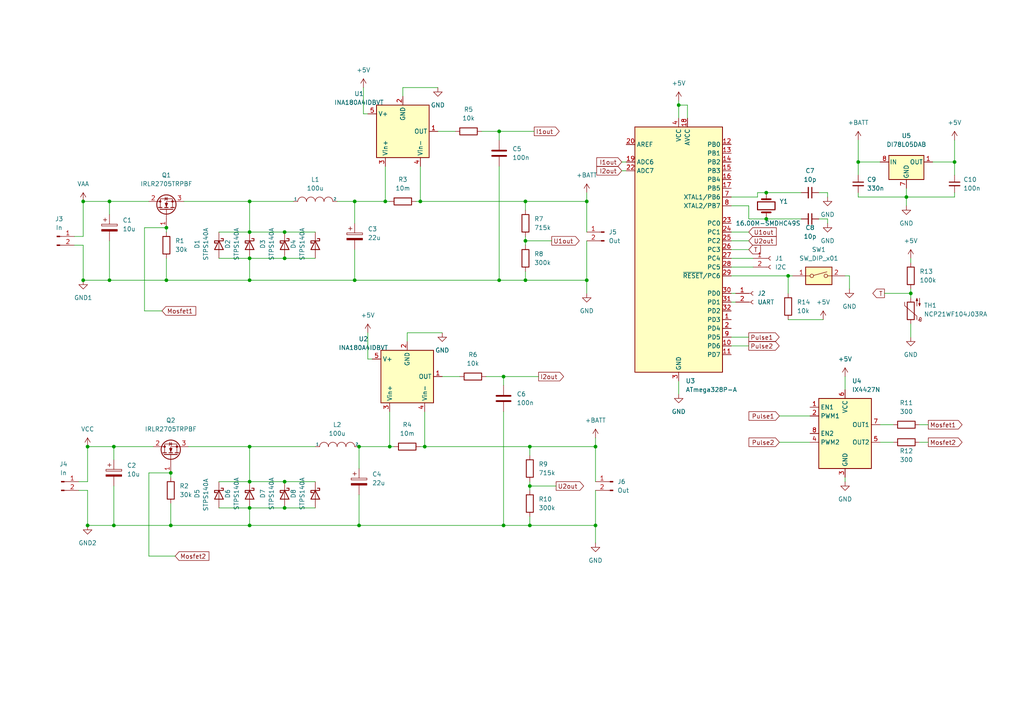
<source format=kicad_sch>
(kicad_sch (version 20211123) (generator eeschema)
  (paper "A4")
  (lib_symbols
    (symbol "Amplifier_Current:AD8211"
      (property "Reference" "U" (at -7.62 10.795 0))
      (property "Value" "AD8211" (at -7.62 8.89 0))
      (symbol "AD8211_0_1"
        (rectangle (start -7.62 7.62) (end 7.62 -7.62) (stroke (width 0.254)) (fill (type background)))
      )
      (symbol "AD8211_1_1"
        (pin output line (at 10.16 0 180) (length 2.54) (name "OUT") (number "1"))
        (pin power_in line (at 0 -10.16 90) (length 2.54) (name "GND") (number "2"))
        (pin input line (at -5.08 10.16 270) (length 2.54) (name "Vin+") (number "3"))
        (pin input line (at 5.08 10.16 270) (length 2.54) (name "Vin-") (number "4"))
        (pin power_in line (at -10.16 -5.08 0) (length 2.54) (name "V+") (number "5"))
      )
    )
    (symbol "Connector:Conn_01x02_Female" (pin_names (offset 1.016) hide)
      (property "Reference" "J" (at 0 2.54 0))
      (property "Value" "Conn_01x02_Female" (at 0 -5.08 0))
      (symbol "Conn_01x02_Female_1_1"
        (arc (start 0 -2.032) (mid -0.508 -2.54) (end 0 -3.048) (stroke (width 0.1524)))
        (polyline (pts (xy -1.27 -2.54) (xy -0.508 -2.54)) (stroke (width 0.1524)))
        (polyline (pts (xy -1.27 0) (xy -0.508 0)) (stroke (width 0.1524)))
        (arc (start 0 0.508) (mid -0.508 0) (end 0 -0.508) (stroke (width 0.1524)))
        (pin passive line (at -5.08 0 0) (length 3.81) (name "Pin_1") (number "1"))
        (pin passive line (at -5.08 -2.54 0) (length 3.81) (name "Pin_2") (number "2"))
      )
    )
    (symbol "Connector:Conn_01x02_Male" (pin_names (offset 1.016) hide)
      (property "Reference" "J" (at 0 2.54 0))
      (property "Value" "Conn_01x02_Male" (at 0 -5.08 0))
      (symbol "Conn_01x02_Male_1_1"
        (polyline (pts (xy 1.27 -2.54) (xy 0.8636 -2.54)) (stroke (width 0.1524)))
        (polyline (pts (xy 1.27 0) (xy 0.8636 0)) (stroke (width 0.1524)))
        (rectangle (start 0.8636 -2.413) (end 0 -2.667) (stroke (width 0.1524)) (fill (type outline)))
        (rectangle (start 0.8636 0.127) (end 0 -0.127) (stroke (width 0.1524)) (fill (type outline)))
        (pin passive line (at 5.08 0 180) (length 3.81) (name "Pin_1") (number "1"))
        (pin passive line (at 5.08 -2.54 180) (length 3.81) (name "Pin_2") (number "2"))
      )
    )
    (symbol "Device:C" (pin_numbers hide) (pin_names (offset 0.254))
      (property "Reference" "C" (at 0.635 2.54 0))
      (property "Value" "C" (at 0.635 -2.54 0))
      (symbol "C_0_1"
        (polyline (pts (xy -2.032 -0.762) (xy 2.032 -0.762)) (stroke (width 0.508)))
        (polyline (pts (xy -2.032 0.762) (xy 2.032 0.762)) (stroke (width 0.508)))
      )
      (symbol "C_1_1"
        (pin passive line (at 0 3.81 270) (length 2.794) (name "~") (number "1"))
        (pin passive line (at 0 -3.81 90) (length 2.794) (name "~") (number "2"))
      )
    )
    (symbol "Device:C_Polarized" (pin_numbers hide) (pin_names (offset 0.254))
      (property "Reference" "C" (at 0.635 2.54 0))
      (property "Value" "C_Polarized" (at 0.635 -2.54 0))
      (symbol "C_Polarized_0_1"
        (rectangle (start -2.286 0.508) (end 2.286 1.016))
        (polyline (pts (xy -1.778 2.286) (xy -0.762 2.286)))
        (polyline (pts (xy -1.27 2.794) (xy -1.27 1.778)))
        (rectangle (start 2.286 -0.508) (end -2.286 -1.016) (fill (type outline)))
      )
      (symbol "C_Polarized_1_1"
        (pin passive line (at 0 3.81 270) (length 2.794) (name "~") (number "1"))
        (pin passive line (at 0 -3.81 90) (length 2.794) (name "~") (number "2"))
      )
    )
    (symbol "Device:C_Small" (pin_numbers hide) (pin_names (offset 0.254) hide)
      (property "Reference" "C" (at 0.254 1.778 0))
      (property "Value" "C_Small" (at 0.254 -2.032 0))
      (symbol "C_Small_0_1"
        (polyline (pts (xy -1.524 -0.508) (xy 1.524 -0.508)) (stroke (width 0.3302)))
        (polyline (pts (xy -1.524 0.508) (xy 1.524 0.508)) (stroke (width 0.3048)))
      )
      (symbol "C_Small_1_1"
        (pin passive line (at 0 2.54 270) (length 2.032) (name "~") (number "1"))
        (pin passive line (at 0 -2.54 90) (length 2.032) (name "~") (number "2"))
      )
    )
    (symbol "Device:Crystal" (pin_numbers hide) (pin_names (offset 1.016) hide)
      (property "Reference" "Y" (at 0 3.81 0))
      (property "Value" "Crystal" (at 0 -3.81 0))
      (symbol "Crystal_0_1"
        (rectangle (start -1.143 2.54) (end 1.143 -2.54) (stroke (width 0.3048)))
        (polyline (pts (xy -2.54 0) (xy -1.905 0)))
        (polyline (pts (xy -1.905 -1.27) (xy -1.905 1.27)) (stroke (width 0.508)))
        (polyline (pts (xy 1.905 -1.27) (xy 1.905 1.27)) (stroke (width 0.508)))
        (polyline (pts (xy 2.54 0) (xy 1.905 0)))
      )
      (symbol "Crystal_1_1"
        (pin passive line (at -3.81 0 0) (length 1.27) (name "1") (number "1"))
        (pin passive line (at 3.81 0 180) (length 1.27) (name "2") (number "2"))
      )
    )
    (symbol "Device:D_Schottky" (pin_numbers hide) (pin_names (offset 1.016) hide)
      (property "Reference" "D" (at 0 2.54 0))
      (property "Value" "D_Schottky" (at 0 -2.54 0))
      (symbol "D_Schottky_0_1"
        (polyline (pts (xy 1.27 0) (xy -1.27 0)))
        (polyline (pts (xy 1.27 1.27) (xy 1.27 -1.27) (xy -1.27 0) (xy 1.27 1.27)) (stroke (width 0.254)))
        (polyline (pts (xy -1.905 0.635) (xy -1.905 1.27) (xy -1.27 1.27) (xy -1.27 -1.27) (xy -0.635 -1.27) (xy -0.635 -0.635)) (stroke (width 0.254)))
      )
      (symbol "D_Schottky_1_1"
        (pin passive line (at -3.81 0 0) (length 2.54) (name "K") (number "1"))
        (pin passive line (at 3.81 0 180) (length 2.54) (name "A") (number "2"))
      )
    )
    (symbol "Device:R" (pin_numbers hide) (pin_names (offset 0))
      (property "Reference" "R" (at 2.032 0 90))
      (property "Value" "R" (at 0 0 90))
      (symbol "R_0_1"
        (rectangle (start -1.016 -2.54) (end 1.016 2.54) (stroke (width 0.254)))
      )
      (symbol "R_1_1"
        (pin passive line (at 0 3.81 270) (length 1.27) (name "~") (number "1"))
        (pin passive line (at 0 -3.81 90) (length 1.27) (name "~") (number "2"))
      )
    )
    (symbol "Device:Thermistor_NTC" (pin_numbers hide) (pin_names (offset 0))
      (property "Reference" "TH" (at -4.445 0 90))
      (property "Value" "Thermistor_NTC" (at 3.175 0 90))
      (symbol "Thermistor_NTC_0_1"
        (arc (start -3.048 2.159) (mid -3.0495 2.3143) (end -3.175 2.413))
        (arc (start -3.048 2.159) (mid -2.9736 1.9794) (end -2.794 1.905))
        (arc (start -3.048 2.794) (mid -2.9736 2.6144) (end -2.794 2.54))
        (arc (start -2.794 1.905) (mid -2.6144 1.9794) (end -2.54 2.159))
        (arc (start -2.794 2.54) (mid -2.4393 2.5587) (end -2.159 2.794))
        (arc (start -2.794 3.048) (mid -2.9736 2.9736) (end -3.048 2.794))
        (arc (start -2.54 2.794) (mid -2.6144 2.9736) (end -2.794 3.048))
        (rectangle (start -1.016 2.54) (end 1.016 -2.54) (stroke (width 0.254)))
        (polyline (pts (xy -2.54 2.159) (xy -2.54 2.794)))
        (polyline (pts (xy -1.778 2.54) (xy -1.778 1.524) (xy 1.778 -1.524) (xy 1.778 -2.54)))
        (polyline (pts (xy -2.54 -3.683) (xy -2.54 -1.397) (xy -2.794 -2.159) (xy -2.286 -2.159) (xy -2.54 -1.397) (xy -2.54 -1.651)) (fill (type outline)))
        (polyline (pts (xy -1.778 -1.397) (xy -1.778 -3.683) (xy -2.032 -2.921) (xy -1.524 -2.921) (xy -1.778 -3.683) (xy -1.778 -3.429)) (fill (type outline)))
      )
      (symbol "Thermistor_NTC_1_1"
        (pin passive line (at 0 3.81 270) (length 1.27) (name "~") (number "1"))
        (pin passive line (at 0 -3.81 90) (length 1.27) (name "~") (number "2"))
      )
    )
    (symbol "Driver_FET:PM8834"
      (property "Reference" "U" (at -7.62 11.43 0))
      (property "Value" "PM8834" (at 12.7 11.43 0))
      (symbol "PM8834_0_1"
        (rectangle (start -7.62 -10.16) (end 7.62 10.16) (stroke (width 0.254)) (fill (type background)))
      )
      (symbol "PM8834_1_1"
        (pin input line (at -10.16 7.62 0) (length 2.54) (name "EN1") (number "1"))
        (pin input line (at -10.16 5.08 0) (length 2.54) (name "PWM1") (number "2"))
        (pin power_in line (at 0 -12.7 90) (length 2.54) (name "GND") (number "3"))
        (pin input line (at -10.16 -2.54 0) (length 2.54) (name "PWM2") (number "4"))
        (pin output line (at 10.16 -2.54 180) (length 2.54) (name "OUT2") (number "5"))
        (pin power_in line (at 0 12.7 270) (length 2.54) (name "VCC") (number "6"))
        (pin output line (at 10.16 2.54 180) (length 2.54) (name "OUT1") (number "7"))
        (pin input line (at -10.16 0 0) (length 2.54) (name "EN2") (number "8"))
      )
    )
    (symbol "MCU_Microchip_ATmega:ATmega328P-A"
      (property "Reference" "U" (at -12.7 36.83 0))
      (property "Value" "ATmega328P-A" (at 2.54 -36.83 0))
      (symbol "ATmega328P-A_0_1"
        (rectangle (start -12.7 -35.56) (end 12.7 35.56) (stroke (width 0.254)) (fill (type background)))
      )
      (symbol "ATmega328P-A_1_1"
        (pin bidirectional line (at 15.24 -20.32 180) (length 2.54) (name "PD3") (number "1"))
        (pin bidirectional line (at 15.24 -27.94 180) (length 2.54) (name "PD6") (number "10"))
        (pin bidirectional line (at 15.24 -30.48 180) (length 2.54) (name "PD7") (number "11"))
        (pin bidirectional line (at 15.24 30.48 180) (length 2.54) (name "PB0") (number "12"))
        (pin bidirectional line (at 15.24 27.94 180) (length 2.54) (name "PB1") (number "13"))
        (pin bidirectional line (at 15.24 25.4 180) (length 2.54) (name "PB2") (number "14"))
        (pin bidirectional line (at 15.24 22.86 180) (length 2.54) (name "PB3") (number "15"))
        (pin bidirectional line (at 15.24 20.32 180) (length 2.54) (name "PB4") (number "16"))
        (pin bidirectional line (at 15.24 17.78 180) (length 2.54) (name "PB5") (number "17"))
        (pin power_in line (at 2.54 38.1 270) (length 2.54) (name "AVCC") (number "18"))
        (pin input line (at -15.24 25.4 0) (length 2.54) (name "ADC6") (number "19"))
        (pin bidirectional line (at 15.24 -22.86 180) (length 2.54) (name "PD4") (number "2"))
        (pin passive line (at -15.24 30.48 0) (length 2.54) (name "AREF") (number "20"))
        (pin passive line (at 0 -38.1 90) (length 2.54) hide (name "GND") (number "21"))
        (pin input line (at -15.24 22.86 0) (length 2.54) (name "ADC7") (number "22"))
        (pin bidirectional line (at 15.24 7.62 180) (length 2.54) (name "PC0") (number "23"))
        (pin bidirectional line (at 15.24 5.08 180) (length 2.54) (name "PC1") (number "24"))
        (pin bidirectional line (at 15.24 2.54 180) (length 2.54) (name "PC2") (number "25"))
        (pin bidirectional line (at 15.24 0 180) (length 2.54) (name "PC3") (number "26"))
        (pin bidirectional line (at 15.24 -2.54 180) (length 2.54) (name "PC4") (number "27"))
        (pin bidirectional line (at 15.24 -5.08 180) (length 2.54) (name "PC5") (number "28"))
        (pin bidirectional line (at 15.24 -7.62 180) (length 2.54) (name "~{RESET}/PC6") (number "29"))
        (pin power_in line (at 0 -38.1 90) (length 2.54) (name "GND") (number "3"))
        (pin bidirectional line (at 15.24 -12.7 180) (length 2.54) (name "PD0") (number "30"))
        (pin bidirectional line (at 15.24 -15.24 180) (length 2.54) (name "PD1") (number "31"))
        (pin bidirectional line (at 15.24 -17.78 180) (length 2.54) (name "PD2") (number "32"))
        (pin power_in line (at 0 38.1 270) (length 2.54) (name "VCC") (number "4"))
        (pin passive line (at 0 -38.1 90) (length 2.54) hide (name "GND") (number "5"))
        (pin passive line (at 0 38.1 270) (length 2.54) hide (name "VCC") (number "6"))
        (pin bidirectional line (at 15.24 15.24 180) (length 2.54) (name "XTAL1/PB6") (number "7"))
        (pin bidirectional line (at 15.24 12.7 180) (length 2.54) (name "XTAL2/PB7") (number "8"))
        (pin bidirectional line (at 15.24 -25.4 180) (length 2.54) (name "PD5") (number "9"))
      )
    )
    (symbol "Regulator_Linear:L78L15_SO8" (pin_names (offset 0.254))
      (property "Reference" "U" (at -3.81 3.175 0))
      (property "Value" "L78L15_SO8" (at 0 3.175 0))
      (symbol "L78L15_SO8_0_1"
        (rectangle (start -5.08 1.905) (end 5.08 -5.08) (stroke (width 0.254)) (fill (type background)))
      )
      (symbol "L78L15_SO8_1_1"
        (pin power_out line (at 7.62 0 180) (length 2.54) (name "OUT") (number "1"))
        (pin passive line (at 0 -7.62 90) (length 2.54) hide (name "GND") (number "2"))
        (pin passive line (at 0 -7.62 90) (length 2.54) hide (name "GND") (number "3"))
        (pin no_connect line (at -5.08 -2.54 0) (length 2.54) hide (name "NC") (number "4"))
        (pin no_connect line (at 5.08 -2.54 180) (length 2.54) hide (name "NC") (number "5"))
        (pin passive line (at 0 -7.62 90) (length 2.54) hide (name "GND") (number "6"))
        (pin power_in line (at 0 -7.62 90) (length 2.54) (name "GND") (number "7"))
        (pin power_in line (at -7.62 0 0) (length 2.54) (name "IN") (number "8"))
      )
    )
    (symbol "Switch:SW_DIP_x01" (pin_names (offset 0) hide)
      (property "Reference" "SW" (at 0 3.81 0))
      (property "Value" "SW_DIP_x01" (at 0 -3.81 0))
      (symbol "SW_DIP_x01_0_0"
        (circle (center -2.032 0) (radius 0.508))
        (polyline (pts (xy -1.524 0.127) (xy 2.3622 1.1684)))
        (circle (center 2.032 0) (radius 0.508))
      )
      (symbol "SW_DIP_x01_0_1"
        (rectangle (start -3.81 2.54) (end 3.81 -2.54) (stroke (width 0.254)) (fill (type background)))
      )
      (symbol "SW_DIP_x01_1_1"
        (pin passive line (at -7.62 0 0) (length 5.08) (name "~") (number "1"))
        (pin passive line (at 7.62 0 180) (length 5.08) (name "~") (number "2"))
      )
    )
    (symbol "Transistor_FET:IRFS4321" (pin_names hide)
      (property "Reference" "Q" (at 5.08 1.905 0))
      (property "Value" "IRFS4321" (at 5.08 0 0))
      (symbol "IRFS4321_0_1"
        (polyline (pts (xy 0.254 0) (xy -2.54 0)))
        (polyline (pts (xy 0.254 1.905) (xy 0.254 -1.905)) (stroke (width 0.254)))
        (polyline (pts (xy 0.762 -1.27) (xy 0.762 -2.286)) (stroke (width 0.254)))
        (polyline (pts (xy 0.762 0.508) (xy 0.762 -0.508)) (stroke (width 0.254)))
        (polyline (pts (xy 0.762 2.286) (xy 0.762 1.27)) (stroke (width 0.254)))
        (polyline (pts (xy 2.54 2.54) (xy 2.54 1.778)))
        (polyline (pts (xy 2.54 -2.54) (xy 2.54 0) (xy 0.762 0)))
        (polyline (pts (xy 0.762 -1.778) (xy 3.302 -1.778) (xy 3.302 1.778) (xy 0.762 1.778)))
        (polyline (pts (xy 1.016 0) (xy 2.032 0.381) (xy 2.032 -0.381) (xy 1.016 0)) (fill (type outline)))
        (polyline (pts (xy 2.794 0.508) (xy 2.921 0.381) (xy 3.683 0.381) (xy 3.81 0.254)))
        (polyline (pts (xy 3.302 0.381) (xy 2.921 -0.254) (xy 3.683 -0.254) (xy 3.302 0.381)))
        (circle (center 1.651 0) (radius 2.794) (stroke (width 0.254)))
        (circle (center 2.54 -1.778) (radius 0.254) (fill (type outline)))
        (circle (center 2.54 1.778) (radius 0.254) (fill (type outline)))
      )
      (symbol "IRFS4321_1_1"
        (pin passive line (at -5.08 0 0) (length 2.54) (name "G") (number "1"))
        (pin passive line (at 2.54 5.08 270) (length 2.54) (name "D") (number "2"))
        (pin passive line (at 2.54 -5.08 90) (length 2.54) (name "S") (number "3"))
      )
    )
    (symbol "power:+5V" (power) (pin_names (offset 0))
      (property "Value" "+5V" (at 0 3.556 0))
      (symbol "+5V_0_1"
        (polyline (pts (xy -0.762 1.27) (xy 0 2.54)))
        (polyline (pts (xy 0 0) (xy 0 2.54)))
        (polyline (pts (xy 0 2.54) (xy 0.762 1.27)))
      )
      (symbol "+5V_1_1"
        (pin power_in line (at 0 0 90) (length 0) hide (name "+5V") (number "1"))
      )
    )
    (symbol "power:+BATT" (power) (pin_names (offset 0))
      (property "Value" "+BATT" (at 0 3.556 0))
      (symbol "+BATT_0_1"
        (polyline (pts (xy -0.762 1.27) (xy 0 2.54)))
        (polyline (pts (xy 0 0) (xy 0 2.54)))
        (polyline (pts (xy 0 2.54) (xy 0.762 1.27)))
      )
      (symbol "+BATT_1_1"
        (pin power_in line (at 0 0 90) (length 0) hide (name "+BATT") (number "1"))
      )
    )
    (symbol "power:GND" (power) (pin_names (offset 0))
      (property "Value" "GND" (at 0 -3.81 0))
      (symbol "GND_0_1"
        (polyline (pts (xy 0 0) (xy 0 -1.27) (xy 1.27 -1.27) (xy 0 -2.54) (xy -1.27 -1.27) (xy 0 -1.27)))
      )
      (symbol "GND_1_1"
        (pin power_in line (at 0 0 270) (length 0) hide (name "GND") (number "1"))
      )
    )
    (symbol "power:GND1" (power) (pin_names (offset 0))
      (property "Value" "GND1" (at 0 -3.81 0))
      (symbol "GND1_0_1"
        (polyline (pts (xy 0 0) (xy 0 -1.27) (xy 1.27 -1.27) (xy 0 -2.54) (xy -1.27 -1.27) (xy 0 -1.27)))
      )
      (symbol "GND1_1_1"
        (pin power_in line (at 0 0 270) (length 0) hide (name "GND1") (number "1"))
      )
    )
    (symbol "power:GND2" (power) (pin_names (offset 0))
      (property "Value" "GND2" (at 0 -3.81 0))
      (symbol "GND2_0_1"
        (polyline (pts (xy 0 0) (xy 0 -1.27) (xy 1.27 -1.27) (xy 0 -2.54) (xy -1.27 -1.27) (xy 0 -1.27)))
      )
      (symbol "GND2_1_1"
        (pin power_in line (at 0 0 270) (length 0) hide (name "GND2") (number "1"))
      )
    )
    (symbol "power:VAA" (power) (pin_names (offset 0))
      (property "Value" "VAA" (at 0 3.81 0))
      (symbol "VAA_0_1"
        (polyline (pts (xy -0.762 1.27) (xy 0 2.54)))
        (polyline (pts (xy 0 0) (xy 0 2.54)))
        (polyline (pts (xy 0 2.54) (xy 0.762 1.27)))
      )
      (symbol "VAA_1_1"
        (pin power_in line (at 0 0 90) (length 0) hide (name "VAA") (number "1"))
      )
    )
    (symbol "power:VCC" (power) (pin_names (offset 0))
      (property "Value" "VCC" (at 0 3.81 0))
      (symbol "VCC_0_1"
        (polyline (pts (xy -0.762 1.27) (xy 0 2.54)))
        (polyline (pts (xy 0 0) (xy 0 2.54)))
        (polyline (pts (xy 0 2.54) (xy 0.762 1.27)))
      )
      (symbol "VCC_1_1"
        (pin power_in line (at 0 0 90) (length 0) hide (name "VCC") (number "1"))
      )
    )
    (symbol "pspice:INDUCTOR" (pin_numbers hide) (pin_names (offset 0))
      (property "Reference" "L" (at 0 2.54 0))
      (property "Value" "INDUCTOR" (at 0 -1.27 0))
      (symbol "INDUCTOR_0_1"
        (arc (start -2.54 0) (mid -3.81 1.27) (end -5.08 0))
        (arc (start 0 0) (mid -1.27 1.27) (end -2.54 0))
        (arc (start 2.54 0) (mid 1.27 1.27) (end 0 0))
        (arc (start 5.08 0) (mid 3.81 1.27) (end 2.54 0))
      )
      (symbol "INDUCTOR_1_1"
        (pin input line (at -6.35 0 0) (length 1.27) (name "1") (number "1"))
        (pin input line (at 6.35 0 180) (length 1.27) (name "2") (number "2"))
      )
    )
  )
  (junction (at 102.87 81.28))
  (junction (at 153.67 129.54))
  (junction (at 33.02 152.4))
  (junction (at 72.39 147.32))
  (junction (at 72.39 139.7))
  (junction (at 31.75 58.42))
  (junction (at 48.26 81.28))
  (junction (at 146.05 109.22))
  (junction (at 72.39 81.28))
  (junction (at 82.55 147.32))
  (junction (at 102.87 58.42))
  (junction (at 152.4 81.28))
  (junction (at 72.39 129.54))
  (junction (at 146.05 152.4))
  (junction (at 144.78 38.1))
  (junction (at 222.25 63.5))
  (junction (at 172.72 129.54))
  (junction (at 121.92 58.42))
  (junction (at 31.75 81.28))
  (junction (at 170.18 58.42))
  (junction (at 104.14 152.4))
  (junction (at 144.78 81.28))
  (junction (at 25.4 129.54))
  (junction (at 49.53 152.4))
  (junction (at 152.4 58.42))
  (junction (at 24.13 81.28))
  (junction (at 153.67 152.4))
  (junction (at 228.6 80.01))
  (junction (at 222.25 55.88))
  (junction (at 123.19 129.54))
  (junction (at 72.39 74.93))
  (junction (at 262.89 57.15))
  (junction (at 111.76 58.42))
  (junction (at 104.14 129.54))
  (junction (at 72.39 152.4))
  (junction (at 248.92 46.99))
  (junction (at 113.03 129.54))
  (junction (at 172.72 152.4))
  (junction (at 48.26 66.04))
  (junction (at 33.02 129.54))
  (junction (at 25.4 152.4))
  (junction (at 152.4 69.85))
  (junction (at 24.13 58.42))
  (junction (at 196.85 30.48))
  (junction (at 72.39 58.42))
  (junction (at 72.39 67.31))
  (junction (at 276.86 46.99))
  (junction (at 82.55 139.7))
  (junction (at 49.53 137.16))
  (junction (at 264.16 85.09))
  (junction (at 82.55 74.93))
  (junction (at 153.67 140.97))
  (junction (at 170.18 81.28))
  (junction (at 82.55 67.31))
  (wire (pts (xy 212.09 67.31) (xy 217.17 67.31)))
  (wire (pts (xy 212.09 77.47) (xy 218.44 77.47)))
  (wire (pts (xy 146.05 119.38) (xy 146.05 152.4)))
  (wire (pts (xy 146.05 109.22) (xy 140.97 109.22)))
  (wire (pts (xy 262.89 57.15) (xy 262.89 59.69)))
  (wire (pts (xy 153.67 140.97) (xy 153.67 142.24)))
  (wire (pts (xy 25.4 139.7) (xy 25.4 129.54)))
  (wire (pts (xy 144.78 40.64) (xy 144.78 38.1)))
  (wire (pts (xy 24.13 58.42) (xy 31.75 58.42)))
  (wire (pts (xy 48.26 74.93) (xy 48.26 81.28)))
  (wire (pts (xy 146.05 152.4) (xy 153.67 152.4)))
  (wire (pts (xy 226.06 120.65) (xy 234.95 120.65)))
  (wire (pts (xy 217.17 59.69) (xy 212.09 59.69)))
  (wire (pts (xy 21.59 68.58) (xy 24.13 68.58)))
  (wire (pts (xy 41.91 66.04) (xy 48.26 66.04)))
  (wire (pts (xy 43.18 161.29) (xy 43.18 137.16)))
  (wire (pts (xy 264.16 74.93) (xy 264.16 76.2)))
  (wire (pts (xy 121.92 58.42) (xy 152.4 58.42)))
  (wire (pts (xy 245.11 109.22) (xy 245.11 113.03)))
  (wire (pts (xy 153.67 152.4) (xy 172.72 152.4)))
  (wire (pts (xy 121.92 129.54) (xy 123.19 129.54)))
  (wire (pts (xy 102.87 64.77) (xy 102.87 58.42)))
  (wire (pts (xy 172.72 157.48) (xy 172.72 152.4)))
  (wire (pts (xy 248.92 46.99) (xy 248.92 50.8)))
  (wire (pts (xy 41.91 90.17) (xy 46.99 90.17)))
  (wire (pts (xy 22.86 139.7) (xy 25.4 139.7)))
  (wire (pts (xy 72.39 139.7) (xy 63.5 139.7)))
  (wire (pts (xy 72.39 129.54) (xy 91.44 129.54)))
  (wire (pts (xy 121.92 48.26) (xy 121.92 58.42)))
  (wire (pts (xy 41.91 90.17) (xy 41.91 66.04)))
  (wire (pts (xy 144.78 81.28) (xy 152.4 81.28)))
  (wire (pts (xy 104.14 135.89) (xy 104.14 129.54)))
  (wire (pts (xy 72.39 147.32) (xy 82.55 147.32)))
  (wire (pts (xy 43.18 137.16) (xy 49.53 137.16)))
  (wire (pts (xy 246.38 83.82) (xy 246.38 80.01)))
  (wire (pts (xy 104.14 143.51) (xy 104.14 152.4)))
  (wire (pts (xy 255.27 123.19) (xy 259.08 123.19)))
  (wire (pts (xy 106.68 104.14) (xy 107.95 104.14)))
  (wire (pts (xy 123.19 129.54) (xy 153.67 129.54)))
  (wire (pts (xy 212.09 74.93) (xy 218.44 74.93)))
  (wire (pts (xy 276.86 46.99) (xy 276.86 50.8)))
  (wire (pts (xy 152.4 81.28) (xy 170.18 81.28)))
  (wire (pts (xy 146.05 111.76) (xy 146.05 109.22)))
  (wire (pts (xy 72.39 74.93) (xy 82.55 74.93)))
  (wire (pts (xy 240.03 55.88) (xy 237.49 55.88)))
  (wire (pts (xy 25.4 142.24) (xy 25.4 152.4)))
  (wire (pts (xy 43.18 161.29) (xy 50.8 161.29)))
  (wire (pts (xy 105.41 33.02) (xy 106.68 33.02)))
  (wire (pts (xy 72.39 74.93) (xy 72.39 81.28)))
  (wire (pts (xy 262.89 54.61) (xy 262.89 57.15)))
  (wire (pts (xy 72.39 58.42) (xy 72.39 67.31)))
  (wire (pts (xy 72.39 67.31) (xy 82.55 67.31)))
  (wire (pts (xy 266.7 128.27) (xy 269.24 128.27)))
  (wire (pts (xy 53.34 58.42) (xy 72.39 58.42)))
  (wire (pts (xy 276.86 46.99) (xy 270.51 46.99)))
  (wire (pts (xy 144.78 38.1) (xy 139.7 38.1)))
  (wire (pts (xy 111.76 58.42) (xy 113.03 58.42)))
  (wire (pts (xy 264.16 83.82) (xy 264.16 85.09)))
  (wire (pts (xy 146.05 109.22) (xy 156.21 109.22)))
  (wire (pts (xy 118.11 96.52) (xy 118.11 99.06)))
  (wire (pts (xy 264.16 85.09) (xy 264.16 86.36)))
  (wire (pts (xy 240.03 57.15) (xy 240.03 55.88)))
  (wire (pts (xy 49.53 138.43) (xy 49.53 137.16)))
  (wire (pts (xy 104.14 152.4) (xy 146.05 152.4)))
  (wire (pts (xy 172.72 127) (xy 172.72 129.54)))
  (wire (pts (xy 31.75 58.42) (xy 43.18 58.42)))
  (wire (pts (xy 25.4 152.4) (xy 33.02 152.4)))
  (wire (pts (xy 248.92 46.99) (xy 255.27 46.99)))
  (wire (pts (xy 228.6 92.71) (xy 238.76 92.71)))
  (wire (pts (xy 228.6 80.01) (xy 229.87 80.01)))
  (wire (pts (xy 152.4 58.42) (xy 170.18 58.42)))
  (wire (pts (xy 245.11 138.43) (xy 245.11 139.7)))
  (wire (pts (xy 72.39 147.32) (xy 63.5 147.32)))
  (wire (pts (xy 153.67 149.86) (xy 153.67 152.4)))
  (wire (pts (xy 232.41 63.5) (xy 222.25 63.5)))
  (wire (pts (xy 248.92 40.64) (xy 248.92 46.99)))
  (wire (pts (xy 105.41 25.4) (xy 105.41 33.02)))
  (wire (pts (xy 152.4 69.85) (xy 152.4 71.12)))
  (wire (pts (xy 170.18 55.88) (xy 170.18 58.42)))
  (wire (pts (xy 153.67 140.97) (xy 161.29 140.97)))
  (wire (pts (xy 172.72 139.7) (xy 172.72 129.54)))
  (wire (pts (xy 102.87 81.28) (xy 144.78 81.28)))
  (wire (pts (xy 91.44 147.32) (xy 82.55 147.32)))
  (wire (pts (xy 33.02 152.4) (xy 49.53 152.4)))
  (wire (pts (xy 266.7 123.19) (xy 269.24 123.19)))
  (wire (pts (xy 170.18 67.31) (xy 170.18 58.42)))
  (wire (pts (xy 226.06 128.27) (xy 234.95 128.27)))
  (wire (pts (xy 24.13 71.12) (xy 24.13 81.28)))
  (wire (pts (xy 72.39 58.42) (xy 85.09 58.42)))
  (wire (pts (xy 123.19 119.38) (xy 123.19 129.54)))
  (wire (pts (xy 255.27 128.27) (xy 259.08 128.27)))
  (wire (pts (xy 222.25 55.88) (xy 219.71 55.88)))
  (wire (pts (xy 276.86 40.64) (xy 276.86 46.99)))
  (wire (pts (xy 91.44 67.31) (xy 82.55 67.31)))
  (wire (pts (xy 212.09 72.39) (xy 217.17 72.39)))
  (wire (pts (xy 48.26 81.28) (xy 72.39 81.28)))
  (wire (pts (xy 31.75 81.28) (xy 48.26 81.28)))
  (wire (pts (xy 222.25 63.5) (xy 217.17 63.5)))
  (wire (pts (xy 276.86 55.88) (xy 276.86 57.15)))
  (wire (pts (xy 240.03 64.77) (xy 240.03 63.5)))
  (wire (pts (xy 128.27 96.52) (xy 118.11 96.52)))
  (wire (pts (xy 153.67 139.7) (xy 153.67 140.97)))
  (wire (pts (xy 170.18 85.09) (xy 170.18 81.28)))
  (wire (pts (xy 31.75 62.23) (xy 31.75 58.42)))
  (wire (pts (xy 152.4 58.42) (xy 152.4 60.96)))
  (wire (pts (xy 102.87 72.39) (xy 102.87 81.28)))
  (wire (pts (xy 127 38.1) (xy 132.08 38.1)))
  (wire (pts (xy 116.84 25.4) (xy 116.84 27.94)))
  (wire (pts (xy 212.09 80.01) (xy 228.6 80.01)))
  (wire (pts (xy 172.72 142.24) (xy 172.72 152.4)))
  (wire (pts (xy 33.02 140.97) (xy 33.02 152.4)))
  (wire (pts (xy 33.02 129.54) (xy 44.45 129.54)))
  (wire (pts (xy 21.59 71.12) (xy 24.13 71.12)))
  (wire (pts (xy 25.4 129.54) (xy 33.02 129.54)))
  (wire (pts (xy 264.16 93.98) (xy 264.16 97.79)))
  (wire (pts (xy 212.09 87.63) (xy 213.36 87.63)))
  (wire (pts (xy 72.39 81.28) (xy 102.87 81.28)))
  (wire (pts (xy 106.68 96.52) (xy 106.68 104.14)))
  (wire (pts (xy 128.27 109.22) (xy 133.35 109.22)))
  (wire (pts (xy 240.03 63.5) (xy 237.49 63.5)))
  (wire (pts (xy 97.79 58.42) (xy 102.87 58.42)))
  (wire (pts (xy 48.26 67.31) (xy 48.26 66.04)))
  (wire (pts (xy 212.09 85.09) (xy 213.36 85.09)))
  (wire (pts (xy 196.85 110.49) (xy 196.85 114.3)))
  (wire (pts (xy 152.4 78.74) (xy 152.4 81.28)))
  (wire (pts (xy 72.39 147.32) (xy 72.39 152.4)))
  (wire (pts (xy 49.53 146.05) (xy 49.53 152.4)))
  (wire (pts (xy 199.39 30.48) (xy 196.85 30.48)))
  (wire (pts (xy 153.67 129.54) (xy 172.72 129.54)))
  (wire (pts (xy 24.13 68.58) (xy 24.13 58.42)))
  (wire (pts (xy 111.76 48.26) (xy 111.76 58.42)))
  (wire (pts (xy 72.39 139.7) (xy 82.55 139.7)))
  (wire (pts (xy 144.78 48.26) (xy 144.78 81.28)))
  (wire (pts (xy 232.41 55.88) (xy 222.25 55.88)))
  (wire (pts (xy 248.92 55.88) (xy 248.92 57.15)))
  (wire (pts (xy 120.65 58.42) (xy 121.92 58.42)))
  (wire (pts (xy 228.6 80.01) (xy 228.6 85.09)))
  (wire (pts (xy 170.18 69.85) (xy 170.18 81.28)))
  (wire (pts (xy 217.17 100.33) (xy 212.09 100.33)))
  (wire (pts (xy 246.38 80.01) (xy 245.11 80.01)))
  (wire (pts (xy 72.39 74.93) (xy 63.5 74.93)))
  (wire (pts (xy 152.4 69.85) (xy 160.02 69.85)))
  (wire (pts (xy 153.67 129.54) (xy 153.67 132.08)))
  (wire (pts (xy 276.86 57.15) (xy 262.89 57.15)))
  (wire (pts (xy 104.14 129.54) (xy 113.03 129.54)))
  (wire (pts (xy 33.02 133.35) (xy 33.02 129.54)))
  (wire (pts (xy 72.39 152.4) (xy 104.14 152.4)))
  (wire (pts (xy 217.17 97.79) (xy 212.09 97.79)))
  (wire (pts (xy 127 25.4) (xy 116.84 25.4)))
  (wire (pts (xy 180.34 49.53) (xy 181.61 49.53)))
  (wire (pts (xy 196.85 29.21) (xy 196.85 30.48)))
  (wire (pts (xy 212.09 69.85) (xy 217.17 69.85)))
  (wire (pts (xy 22.86 142.24) (xy 25.4 142.24)))
  (wire (pts (xy 72.39 129.54) (xy 72.39 139.7)))
  (wire (pts (xy 91.44 139.7) (xy 82.55 139.7)))
  (wire (pts (xy 31.75 69.85) (xy 31.75 81.28)))
  (wire (pts (xy 152.4 68.58) (xy 152.4 69.85)))
  (wire (pts (xy 54.61 129.54) (xy 72.39 129.54)))
  (wire (pts (xy 248.92 57.15) (xy 262.89 57.15)))
  (wire (pts (xy 49.53 152.4) (xy 72.39 152.4)))
  (wire (pts (xy 256.54 85.09) (xy 264.16 85.09)))
  (wire (pts (xy 113.03 119.38) (xy 113.03 129.54)))
  (wire (pts (xy 113.03 129.54) (xy 114.3 129.54)))
  (wire (pts (xy 199.39 34.29) (xy 199.39 30.48)))
  (wire (pts (xy 219.71 55.88) (xy 219.71 57.15)))
  (wire (pts (xy 144.78 38.1) (xy 154.94 38.1)))
  (wire (pts (xy 219.71 57.15) (xy 212.09 57.15)))
  (wire (pts (xy 24.13 81.28) (xy 31.75 81.28)))
  (wire (pts (xy 91.44 74.93) (xy 82.55 74.93)))
  (wire (pts (xy 180.34 46.99) (xy 181.61 46.99)))
  (wire (pts (xy 196.85 30.48) (xy 196.85 34.29)))
  (wire (pts (xy 217.17 63.5) (xy 217.17 59.69)))
  (wire (pts (xy 72.39 67.31) (xy 63.5 67.31)))
  (wire (pts (xy 102.87 58.42) (xy 111.76 58.42)))
  (global_label "I2out" (shape input) (at 180.34 49.53 180) (property "Intersheet References" "${INTERSHEET_REFS}" (effects hide)))
  (global_label "Pulse1" (shape output) (at 217.17 97.79 0) (property "Intersheet References" "${INTERSHEET_REFS}" (effects hide)))
  (global_label "T" (shape output) (at 256.54 85.09 180) (property "Intersheet References" "${INTERSHEET_REFS}" (effects hide)))
  (global_label "I2out" (shape output) (at 156.21 109.22 0) (property "Intersheet References" "${INTERSHEET_REFS}" (effects hide)))
  (global_label "U1out" (shape input) (at 217.17 67.31 0) (property "Intersheet References" "${INTERSHEET_REFS}" (effects hide)))
  (global_label "Pulse2" (shape output) (at 217.17 100.33 0) (property "Intersheet References" "${INTERSHEET_REFS}" (effects hide)))
  (global_label "U2out" (shape output) (at 161.29 140.97 0) (property "Intersheet References" "${INTERSHEET_REFS}" (effects hide)))
  (global_label "U1out" (shape output) (at 160.02 69.85 0) (property "Intersheet References" "${INTERSHEET_REFS}" (effects hide)))
  (global_label "Pulse1" (shape input) (at 226.06 120.65 180) (property "Intersheet References" "${INTERSHEET_REFS}" (effects hide)))
  (global_label "T" (shape input) (at 217.17 72.39 0) (property "Intersheet References" "${INTERSHEET_REFS}" (effects hide)))
  (global_label "Mosfet1" (shape output) (at 269.24 123.19 0) (property "Intersheet References" "${INTERSHEET_REFS}" (effects hide)))
  (global_label "Mosfet1" (shape input) (at 46.99 90.17 0) (property "Intersheet References" "${INTERSHEET_REFS}" (effects hide)))
  (global_label "Pulse2" (shape input) (at 226.06 128.27 180) (property "Intersheet References" "${INTERSHEET_REFS}" (effects hide)))
  (global_label "Mosfet2" (shape input) (at 50.8 161.29 0) (property "Intersheet References" "${INTERSHEET_REFS}" (effects hide)))
  (global_label "I1out" (shape output) (at 154.94 38.1 0) (property "Intersheet References" "${INTERSHEET_REFS}" (effects hide)))
  (global_label "Mosfet2" (shape output) (at 269.24 128.27 0) (property "Intersheet References" "${INTERSHEET_REFS}" (effects hide)))
  (global_label "U2out" (shape input) (at 217.17 69.85 0) (property "Intersheet References" "${INTERSHEET_REFS}" (effects hide)))
  (global_label "I1out" (shape input) (at 180.34 46.99 180) (property "Intersheet References" "${INTERSHEET_REFS}" (effects hide)))
  (symbol (lib_id "Device:R") (at 137.16 109.22 90) (unit 1)
    (property "Reference" "R6" (at 137.16 102.87 90))
    (property "Value" "10k" (at 137.16 105.41 90))
    (property "Footprint" "Resistor_SMD:R_1206_3216Metric_Pad1.30x1.75mm_HandSolder" (effects hide))
    (property "Datasheet" "https://www.tme.eu/pl/details/wr12x1002ftl/rezystory-smd-1206/walsin/" (effects hide))
  )
  (symbol (lib_id "Device:C_Polarized") (at 33.02 137.16 0) (unit 1)
    (property "Reference" "C2" (at 36.83 135.0009 0) (effects (justify left)))
    (property "Value" "10u" (at 36.83 137.5409 0) (effects (justify left)))
    (property "Footprint" "Capacitor_Tantalum_SMD:CP_EIA-7343-15_Kemet-W_Pad2.25x2.55mm_HandSolder" (effects hide))
    (property "Datasheet" "https://www.tme.eu/pl/details/vs1h100mc054000ce0/kondensatory-elektrolityczne-smd/changzhou-huawei-electronic/" (effects hide))
  )
  (symbol (lib_id "Device:C_Polarized") (at 104.14 139.7 0) (unit 1)
    (property "Reference" "C4" (at 107.95 137.5409 0) (effects (justify left)))
    (property "Value" "22u" (at 107.95 140.0809 0) (effects (justify left)))
    (property "Footprint" "Capacitor_Tantalum_SMD:CP_EIA-7343-15_Kemet-W_Pad2.25x2.55mm_HandSolder" (effects hide))
    (property "Datasheet" "https://www.tme.eu/pl/details/eee1ha220wp/kondensatory-elektrolityczne-smd/panasonic/" (effects hide))
  )
  (symbol (lib_id "power:GND2") (at 25.4 152.4 0) (unit 1)
    (property "Reference" "#PWR0103" (effects hide))
    (property "Value" "GND2" (at 25.4 157.48 0))
  )
  (symbol (lib_id "power:GND") (at 246.38 83.82 0) (unit 1)
    (property "Reference" "#PWR017" (effects hide))
    (property "Value" "GND" (at 246.38 88.9 0))
  )
  (symbol (lib_id "Device:C_Small") (at 234.95 55.88 270) (mirror x) (unit 1)
    (property "Reference" "C7" (at 234.9436 49.53 90))
    (property "Value" "10p" (at 234.9436 52.07 90))
    (property "Footprint" "Resistor_SMD:R_1206_3216Metric_Pad1.30x1.75mm_HandSolder" (effects hide))
    (property "Datasheet" "https://www.tme.eu/pl/details/c1206c100j1gac/kondensatory-mlcc-smd/kemet/c1206c100j1gactu/" (effects hide))
  )
  (symbol (lib_id "Device:R") (at 153.67 146.05 180) (unit 1)
    (property "Reference" "R10" (at 156.21 144.7799 0) (effects (justify right)))
    (property "Value" "300k" (at 156.21 147.3199 0) (effects (justify right)))
    (property "Footprint" "Resistor_SMD:R_1206_3216Metric_Pad1.30x1.75mm_HandSolder" (effects hide))
    (property "Datasheet" "https://www.tme.eu/pl/details/smd1206-300k/rezystory-smd-1206/royal-ohm/1206s4j0304t5e/" (effects hide))
  )
  (symbol (lib_id "Device:D_Schottky") (at 91.44 143.51 270) (unit 1)
    (property "Reference" "D8" (at 85.09 143.1925 0))
    (property "Value" "STPS140A" (at 87.63 143.1925 0))
    (property "Footprint" "Diode_SMD:D_2010_5025Metric_Pad1.52x2.65mm_HandSolder" (effects hide))
    (property "Datasheet" "https://www.tme.eu/pl/details/stps140a/diody-schottky-smd/stmicroelectronics/" (effects hide))
  )
  (symbol (lib_id "pspice:INDUCTOR") (at 97.79 129.54 0) (unit 1)
    (property "Reference" "L2" (at 97.79 123.19 0))
    (property "Value" "100u" (at 97.79 125.73 0))
    (property "Footprint" "Inductor_SMD:L_Bourns_SRR1208_12.7x12.7mm" (effects hide))
    (property "Datasheet" "https://www.tme.eu/pl/details/de1205-100/dlawiki-smd-mocy/ferrocore/" (effects hide))
  )
  (symbol (lib_id "power:GND") (at 240.03 57.15 0) (unit 1)
    (property "Reference" "#PWR015" (effects hide))
    (property "Value" "GND" (at 240.03 62.23 0))
  )
  (symbol (lib_id "power:+5V") (at 105.41 25.4 0) (unit 1)
    (property "Reference" "#PWR05" (effects hide))
    (property "Value" "+5V" (at 105.41 20.32 0))
  )
  (symbol (lib_id "power:GND") (at 240.03 64.77 0) (unit 1)
    (property "Reference" "#PWR016" (effects hide))
    (property "Value" "GND" (at 240.03 69.85 0))
  )
  (symbol (lib_id "Device:D_Schottky") (at 72.39 143.51 270) (unit 1)
    (property "Reference" "D6" (at 66.04 143.1925 0))
    (property "Value" "STPS140A" (at 68.58 143.1925 0))
    (property "Footprint" "Diode_SMD:D_2010_5025Metric_Pad1.52x2.65mm_HandSolder" (effects hide))
    (property "Datasheet" "https://www.tme.eu/pl/details/stps140a/diody-schottky-smd/stmicroelectronics/" (effects hide))
  )
  (symbol (lib_id "Device:D_Schottky") (at 91.44 71.12 270) (unit 1)
    (property "Reference" "D4" (at 85.09 70.8025 0))
    (property "Value" "STPS140A" (at 87.63 70.8025 0))
    (property "Footprint" "Diode_SMD:D_2010_5025Metric_Pad1.52x2.65mm_HandSolder" (effects hide))
    (property "Datasheet" "https://www.tme.eu/pl/details/stps140a/diody-schottky-smd/stmicroelectronics/" (effects hide))
  )
  (symbol (lib_id "power:GND") (at 262.89 59.69 0) (unit 1)
    (property "Reference" "#PWR021" (effects hide))
    (property "Value" "GND" (at 262.89 64.77 0))
  )
  (symbol (lib_id "Device:C_Small") (at 234.95 63.5 270) (mirror x) (unit 1)
    (property "Reference" "C8" (at 234.95 66.04 90))
    (property "Value" "10p" (at 234.95 68.58 90))
    (property "Footprint" "Resistor_SMD:R_1206_3216Metric_Pad1.30x1.75mm_HandSolder" (effects hide))
    (property "Datasheet" "https://www.tme.eu/pl/details/c1206c100j1gac/kondensatory-mlcc-smd/kemet/c1206c100j1gactu/" (effects hide))
  )
  (symbol (lib_id "Device:D_Schottky") (at 72.39 71.12 270) (unit 1)
    (property "Reference" "D2" (at 66.04 70.8025 0))
    (property "Value" "STPS140A" (at 68.58 70.8025 0))
    (property "Footprint" "Diode_SMD:D_2010_5025Metric_Pad1.52x2.65mm_HandSolder" (effects hide))
    (property "Datasheet" "https://www.tme.eu/pl/details/stps140a/diody-schottky-smd/stmicroelectronics/" (effects hide))
  )
  (symbol (lib_id "Device:R") (at 48.26 71.12 180) (unit 1)
    (property "Reference" "R1" (at 50.8 69.8499 0) (effects (justify right)))
    (property "Value" "30k" (at 50.8 72.3899 0) (effects (justify right)))
    (property "Footprint" "Resistor_SMD:R_1206_3216Metric_Pad1.30x1.75mm_HandSolder" (effects hide))
    (property "Datasheet" "https://www.tme.eu/pl/details/smd1206-30k/rezystory-smd-1206/royal-ohm/1206s4j0303t5e/" (effects hide))
  )
  (symbol (lib_id "power:GND") (at 170.18 85.09 0) (unit 1)
    (property "Reference" "#PWR010" (effects hide))
    (property "Value" "GND" (at 170.18 90.17 0))
  )
  (symbol (lib_id "Amplifier_Current:AD8211") (at 118.11 109.22 0) (mirror x) (unit 1)
    (property "Reference" "U2" (at 105.41 98.3105 0))
    (property "Value" "INA180A4IDBVT" (at 105.41 100.8505 0))
    (property "Footprint" "Package_TO_SOT_SMD:SOT-23-5" (effects hide))
    (property "Datasheet" "https://www.tme.eu/pl/details/ina180a4idbvt/wzmacniacze-operacyjne-smd/texas-instruments/" (effects hide))
  )
  (symbol (lib_id "Device:C_Polarized") (at 31.75 66.04 0) (unit 1)
    (property "Reference" "C1" (at 35.56 63.8809 0) (effects (justify left)))
    (property "Value" "10u" (at 35.56 66.4209 0) (effects (justify left)))
    (property "Footprint" "Capacitor_Tantalum_SMD:CP_EIA-7343-15_Kemet-W_Pad2.25x2.55mm_HandSolder" (effects hide))
    (property "Datasheet" "https://www.tme.eu/pl/details/vs1h100mc054000ce0/kondensatory-elektrolityczne-smd/changzhou-huawei-electronic/" (effects hide))
  )
  (symbol (lib_id "power:+5V") (at 245.11 109.22 0) (unit 1)
    (property "Reference" "#PWR018" (effects hide))
    (property "Value" "+5V" (at 245.11 104.14 0))
  )
  (symbol (lib_id "power:GND") (at 264.16 97.79 0) (unit 1)
    (property "Reference" "#PWR023" (effects hide))
    (property "Value" "GND" (at 264.16 102.87 0))
  )
  (symbol (lib_id "power:VCC") (at 25.4 129.54 0) (unit 1)
    (property "Reference" "#PWR03" (effects hide))
    (property "Value" "VCC" (at 25.4 124.46 0))
  )
  (symbol (lib_id "MCU_Microchip_ATmega:ATmega328P-A") (at 196.85 72.39 0) (unit 1)
    (property "Reference" "U3" (at 198.8694 110.49 0) (effects (justify left)))
    (property "Value" "ATmega328P-A" (at 198.8694 113.03 0) (effects (justify left)))
    (property "Footprint" "Package_QFP:TQFP-32_7x7mm_P0.8mm" (effects hide))
    (property "Datasheet" "http://ww1.microchip.com/downloads/en/DeviceDoc/ATmega328_P%20AVR%20MCU%20with%20picoPower%20Technology%20Data%20Sheet%2040001984A.pdf" (effects hide))
  )
  (symbol (lib_id "Device:Crystal") (at 222.25 59.69 270) (mirror x) (unit 1)
    (property "Reference" "Y1" (at 226.06 58.42 90) (effects (justify left)))
    (property "Value" "16.00M-SMDHC49S" (at 213.36 64.77 90) (effects (justify left)))
    (property "Footprint" "Crystal:Crystal_SMD_HC49-SD_HandSoldering" (effects hide))
    (property "Datasheet" "https://www.tme.eu/pl/details/16.00m-smdhc49s/rezonatory-kwarcowe-smd/yic/" (effects hide))
  )
  (symbol (lib_id "Connector:Conn_01x02_Male") (at 177.8 139.7 0) (mirror y) (unit 1)
    (property "Reference" "J6" (at 179.07 139.6999 0) (effects (justify right)))
    (property "Value" "Out" (at 179.07 142.2399 0) (effects (justify right)))
    (property "Footprint" "moje:PowerPad" (effects hide))
  )
  (symbol (lib_id "Device:R") (at 135.89 38.1 90) (unit 1)
    (property "Reference" "R5" (at 135.89 31.75 90))
    (property "Value" "10k" (at 135.89 34.29 90))
    (property "Footprint" "Resistor_SMD:R_1206_3216Metric_Pad1.30x1.75mm_HandSolder" (effects hide))
    (property "Datasheet" "https://www.tme.eu/pl/details/wr12x1002ftl/rezystory-smd-1206/walsin/" (effects hide))
  )
  (symbol (lib_id "power:+BATT") (at 248.92 40.64 0) (unit 1)
    (property "Reference" "#PWR020" (effects hide))
    (property "Value" "+BATT" (at 248.92 35.56 0))
  )
  (symbol (lib_id "Transistor_FET:IRFS4321") (at 49.53 132.08 90) (unit 1)
    (property "Reference" "Q2" (at 49.53 121.92 90))
    (property "Value" "IRLR2705TRPBF" (at 49.53 124.46 90))
    (property "Footprint" "Package_TO_SOT_SMD:TO-263-2" (effects hide))
    (property "Datasheet" "https://www.tme.eu/pl/details/irlr2705trpbf/tranzystory-z-kanalem-n-smd/infineon-technologies/" (effects hide))
  )
  (symbol (lib_id "Device:D_Schottky") (at 82.55 71.12 270) (unit 1)
    (property "Reference" "D3" (at 76.2 70.8025 0))
    (property "Value" "STPS140A" (at 78.74 70.8025 0))
    (property "Footprint" "Diode_SMD:D_2010_5025Metric_Pad1.52x2.65mm_HandSolder" (effects hide))
    (property "Datasheet" "https://www.tme.eu/pl/details/stps140a/diody-schottky-smd/stmicroelectronics/" (effects hide))
  )
  (symbol (lib_id "Connector:Conn_01x02_Male") (at 16.51 68.58 0) (unit 1)
    (property "Reference" "J3" (at 17.145 63.5 0))
    (property "Value" "In" (at 17.145 66.04 0))
    (property "Footprint" "moje:PowerPad" (effects hide))
  )
  (symbol (lib_id "Connector:Conn_01x02_Female") (at 218.44 85.09 0) (unit 1)
    (property "Reference" "J2" (at 219.71 85.0899 0) (effects (justify left)))
    (property "Value" "UART" (at 219.71 87.6299 0) (effects (justify left)))
    (property "Footprint" "Connector_Wire:SolderWire-1.5sqmm_1x02_P7.8mm_D1.7mm_OD3.9mm" (effects hide))
  )
  (symbol (lib_id "Device:Thermistor_NTC") (at 264.16 90.17 180) (unit 1)
    (property "Reference" "TH1" (at 267.97 88.5824 0) (effects (justify right)))
    (property "Value" "NCP21WF104J03RA" (at 267.97 91.1224 0) (effects (justify right)))
    (property "Footprint" "Resistor_SMD:R_0805_2012Metric" (effects hide))
    (property "Datasheet" "https://www.tme.eu/pl/details/ncp21wf104j03ra/termistory-ntc-pomiarowe-smd/murata/" (effects hide))
  )
  (symbol (lib_id "power:+5V") (at 264.16 74.93 0) (unit 1)
    (property "Reference" "#PWR022" (effects hide))
    (property "Value" "+5V" (at 264.16 69.85 0))
  )
  (symbol (lib_id "Device:D_Schottky") (at 63.5 71.12 270) (unit 1)
    (property "Reference" "D1" (at 57.15 70.8025 0))
    (property "Value" "STPS140A" (at 59.69 70.8025 0))
    (property "Footprint" "Diode_SMD:D_2010_5025Metric_Pad1.52x2.65mm_HandSolder" (effects hide))
    (property "Datasheet" "https://www.tme.eu/pl/details/stps140a/diody-schottky-smd/stmicroelectronics/" (effects hide))
  )
  (symbol (lib_id "Device:D_Schottky") (at 63.5 143.51 270) (unit 1)
    (property "Reference" "D5" (at 57.15 143.1925 0))
    (property "Value" "STPS140A" (at 59.69 143.51 0))
    (property "Footprint" "Diode_SMD:D_2010_5025Metric_Pad1.52x2.65mm_HandSolder" (effects hide))
    (property "Datasheet" "https://www.tme.eu/pl/details/stps140a/diody-schottky-smd/stmicroelectronics/" (effects hide))
  )
  (symbol (lib_id "Connector:Conn_01x02_Male") (at 17.78 139.7 0) (unit 1)
    (property "Reference" "J4" (at 18.415 134.62 0))
    (property "Value" "In" (at 18.415 137.16 0))
    (property "Footprint" "moje:PowerPad" (effects hide))
  )
  (symbol (lib_id "power:+5V") (at 276.86 40.64 0) (unit 1)
    (property "Reference" "#PWR024" (effects hide))
    (property "Value" "+5V" (at 276.86 35.56 0))
  )
  (symbol (lib_id "Device:R") (at 152.4 74.93 180) (unit 1)
    (property "Reference" "R8" (at 154.94 73.6599 0) (effects (justify right)))
    (property "Value" "300k" (at 154.94 76.1999 0) (effects (justify right)))
    (property "Footprint" "Resistor_SMD:R_1206_3216Metric_Pad1.30x1.75mm_HandSolder" (effects hide))
    (property "Datasheet" "https://www.tme.eu/pl/details/smd1206-300k/rezystory-smd-1206/royal-ohm/1206s4j0304t5e/" (effects hide))
  )
  (symbol (lib_id "power:GND") (at 128.27 96.52 0) (unit 1)
    (property "Reference" "#PWR08" (effects hide))
    (property "Value" "GND" (at 128.27 101.6 0))
  )
  (symbol (lib_id "power:GND") (at 172.72 157.48 0) (unit 1)
    (property "Reference" "#PWR012" (effects hide))
    (property "Value" "GND" (at 172.72 162.56 0))
  )
  (symbol (lib_id "Device:R") (at 153.67 135.89 180) (unit 1)
    (property "Reference" "R9" (at 156.21 134.6199 0) (effects (justify right)))
    (property "Value" "715k" (at 156.21 137.1599 0) (effects (justify right)))
    (property "Footprint" "Resistor_SMD:R_1206_3216Metric_Pad1.30x1.75mm_HandSolder" (effects hide))
    (property "Datasheet" "https://www.tme.eu/pl/details/rc1206fr-07715kl/rezystory-smd-1206/yageo/" (effects hide))
  )
  (symbol (lib_id "power:VAA") (at 24.13 58.42 0) (unit 1)
    (property "Reference" "#PWR0101" (effects hide))
    (property "Value" "VAA" (at 24.13 53.34 0))
  )
  (symbol (lib_id "Amplifier_Current:AD8211") (at 116.84 38.1 0) (mirror x) (unit 1)
    (property "Reference" "U1" (at 104.14 27.1905 0))
    (property "Value" "INA180A4IDBVT" (at 104.14 29.7305 0))
    (property "Footprint" "Package_TO_SOT_SMD:SOT-23-5" (effects hide))
    (property "Datasheet" "https://www.tme.eu/pl/details/ina180a4idbvt/wzmacniacze-operacyjne-smd/texas-instruments/" (effects hide))
  )
  (symbol (lib_id "Device:C_Small") (at 276.86 53.34 0) (unit 1)
    (property "Reference" "C10" (at 279.4 52.0762 0) (effects (justify left)))
    (property "Value" "100n" (at 279.4 54.6162 0) (effects (justify left)))
    (property "Footprint" "Resistor_SMD:R_1206_3216Metric_Pad1.30x1.75mm_HandSolder" (effects hide))
    (property "Datasheet" "https://www.tme.eu/pl/details/12061c104k4z2a/kondensatory-mlcc-smd/kyocera-avx/" (effects hide))
  )
  (symbol (lib_id "power:GND") (at 127 25.4 0) (unit 1)
    (property "Reference" "#PWR07" (effects hide))
    (property "Value" "GND" (at 127 30.48 0))
  )
  (symbol (lib_id "Device:R") (at 118.11 129.54 90) (unit 1)
    (property "Reference" "R4" (at 118.11 123.19 90))
    (property "Value" "10m" (at 118.11 125.73 90))
    (property "Footprint" "Resistor_SMD:R_2010_5025Metric_Pad1.40x2.65mm_HandSolder" (effects hide))
    (property "Datasheet" "https://www.tme.eu/pl/details/ww20nr010ftl/rezystory-smd-2010/walsin/" (effects hide))
  )
  (symbol (lib_id "power:+BATT") (at 172.72 127 0) (unit 1)
    (property "Reference" "#PWR011" (effects hide))
    (property "Value" "+BATT" (at 172.72 121.92 0))
  )
  (symbol (lib_id "Device:R") (at 152.4 64.77 180) (unit 1)
    (property "Reference" "R7" (at 154.94 63.4999 0) (effects (justify right)))
    (property "Value" "715k" (at 154.94 66.0399 0) (effects (justify right)))
    (property "Footprint" "Resistor_SMD:R_1206_3216Metric_Pad1.30x1.75mm_HandSolder" (effects hide))
    (property "Datasheet" "https://www.tme.eu/pl/details/rc1206fr-07715kl/rezystory-smd-1206/yageo/" (effects hide))
  )
  (symbol (lib_id "Connector:Conn_01x02_Male") (at 175.26 67.31 0) (mirror y) (unit 1)
    (property "Reference" "J5" (at 176.53 67.3099 0) (effects (justify right)))
    (property "Value" "Out" (at 176.53 69.8499 0) (effects (justify right)))
    (property "Footprint" "moje:PowerPad" (effects hide))
  )
  (symbol (lib_id "power:GND1") (at 24.13 81.28 0) (unit 1)
    (property "Reference" "#PWR0102" (effects hide))
    (property "Value" "GND1" (at 24.13 86.36 0))
  )
  (symbol (lib_id "Device:R") (at 264.16 80.01 180) (unit 1)
    (property "Reference" "R13" (at 266.7 78.7399 0) (effects (justify right)))
    (property "Value" "100k" (at 266.7 81.2799 0) (effects (justify right)))
    (property "Footprint" "Resistor_SMD:R_1206_3216Metric_Pad1.30x1.75mm_HandSolder" (effects hide))
    (property "Datasheet" "https://www.tme.eu/pl/details/smd1206-100k/rezystory-smd-1206/royal-ohm/1206s4j0104t5e/" (effects hide))
  )
  (symbol (lib_id "Transistor_FET:IRFS4321") (at 48.26 60.96 90) (unit 1)
    (property "Reference" "Q1" (at 48.26 50.8 90))
    (property "Value" "IRLR2705TRPBF" (at 48.26 53.34 90))
    (property "Footprint" "Package_TO_SOT_SMD:TO-263-2" (effects hide))
    (property "Datasheet" "https://www.tme.eu/pl/details/irlr2705trpbf/tranzystory-z-kanalem-n-smd/infineon-technologies/" (effects hide))
  )
  (symbol (lib_id "power:+5V") (at 106.68 96.52 0) (unit 1)
    (property "Reference" "#PWR06" (effects hide))
    (property "Value" "+5V" (at 106.68 91.44 0))
  )
  (symbol (lib_id "Device:C") (at 144.78 44.45 0) (unit 1)
    (property "Reference" "C5" (at 148.59 43.1799 0) (effects (justify left)))
    (property "Value" "100n" (at 148.59 45.7199 0) (effects (justify left)))
    (property "Footprint" "Resistor_SMD:R_1206_3216Metric_Pad1.30x1.75mm_HandSolder" (effects hide))
    (property "Datasheet" "https://www.tme.eu/pl/details/12061c104k4z2a/kondensatory-mlcc-smd/kyocera-avx/" (effects hide))
  )
  (symbol (lib_id "Device:R") (at 262.89 128.27 90) (unit 1)
    (property "Reference" "R12" (at 262.89 130.81 90))
    (property "Value" "300" (at 262.89 133.35 90))
    (property "Footprint" "Resistor_SMD:R_1206_3216Metric_Pad1.30x1.75mm_HandSolder" (effects hide))
    (property "Datasheet" "https://www.tme.eu/pl/details/smd1206-300r/rezystory-smd-1206/royal-ohm/1206s4j0301t5e/" (effects hide))
  )
  (symbol (lib_id "power:+5V") (at 238.76 92.71 0) (unit 1)
    (property "Reference" "#PWR01" (effects hide))
    (property "Value" "+5V" (at 238.76 87.63 0))
  )
  (symbol (lib_id "power:GND") (at 196.85 114.3 0) (unit 1)
    (property "Reference" "#PWR014" (effects hide))
    (property "Value" "GND" (at 196.85 119.38 0))
  )
  (symbol (lib_id "Device:C_Polarized") (at 102.87 68.58 0) (unit 1)
    (property "Reference" "C3" (at 106.68 66.4209 0) (effects (justify left)))
    (property "Value" "22u" (at 106.68 68.9609 0) (effects (justify left)))
    (property "Footprint" "Capacitor_Tantalum_SMD:CP_EIA-7343-15_Kemet-W_Pad2.25x2.55mm_HandSolder" (effects hide))
    (property "Datasheet" "https://www.tme.eu/pl/details/eee1ha220wp/kondensatory-elektrolityczne-smd/panasonic/" (effects hide))
  )
  (symbol (lib_id "power:GND") (at 245.11 139.7 0) (unit 1)
    (property "Reference" "#PWR019" (effects hide))
    (property "Value" "GND" (at 245.11 144.78 0))
  )
  (symbol (lib_id "Device:R") (at 228.6 88.9 0) (unit 1)
    (property "Reference" "R14" (at 231.14 87.6299 0) (effects (justify left)))
    (property "Value" "10k" (at 231.14 90.1699 0) (effects (justify left)))
    (property "Footprint" "Resistor_SMD:R_1206_3216Metric_Pad1.30x1.75mm_HandSolder" (effects hide))
    (property "Datasheet" "https://www.tme.eu/pl/details/wr12x1002ftl/rezystory-smd-1206/walsin/" (effects hide))
  )
  (symbol (lib_id "Switch:SW_DIP_x01") (at 237.49 80.01 0) (unit 1)
    (property "Reference" "SW1" (at 237.49 72.39 0))
    (property "Value" "SW_DIP_x01" (at 237.49 74.93 0))
    (property "Footprint" "Jumper:SolderJumper-2_P1.3mm_Open_RoundedPad1.0x1.5mm" (effects hide))
  )
  (symbol (lib_id "Device:R") (at 49.53 142.24 180) (unit 1)
    (property "Reference" "R2" (at 52.07 140.9699 0) (effects (justify right)))
    (property "Value" "30k" (at 52.07 143.5099 0) (effects (justify right)))
    (property "Footprint" "Resistor_SMD:R_1206_3216Metric_Pad1.30x1.75mm_HandSolder" (effects hide))
    (property "Datasheet" "https://www.tme.eu/pl/details/smd1206-30k/rezystory-smd-1206/royal-ohm/1206s4j0303t5e/" (effects hide))
  )
  (symbol (lib_id "Device:C") (at 146.05 115.57 0) (unit 1)
    (property "Reference" "C6" (at 149.86 114.2999 0) (effects (justify left)))
    (property "Value" "100n" (at 149.86 116.8399 0) (effects (justify left)))
    (property "Footprint" "Resistor_SMD:R_1206_3216Metric_Pad1.30x1.75mm_HandSolder" (effects hide))
    (property "Datasheet" "https://www.tme.eu/pl/details/12061c104k4z2a/kondensatory-mlcc-smd/kyocera-avx/" (effects hide))
  )
  (symbol (lib_id "Connector:Conn_01x02_Female") (at 223.52 74.93 0) (unit 1)
    (property "Reference" "J1" (at 224.79 74.9299 0) (effects (justify left)))
    (property "Value" "I2C" (at 224.79 77.4699 0) (effects (justify left)))
    (property "Footprint" "Connector_Wire:SolderWire-1.5sqmm_1x02_P7.8mm_D1.7mm_OD3.9mm" (effects hide))
  )
  (symbol (lib_id "power:+BATT") (at 170.18 55.88 0) (unit 1)
    (property "Reference" "#PWR09" (effects hide))
    (property "Value" "+BATT" (at 170.18 50.8 0))
  )
  (symbol (lib_id "Regulator_Linear:L78L15_SO8") (at 262.89 46.99 0) (unit 1)
    (property "Reference" "U5" (at 262.89 39.37 0))
    (property "Value" "DI78L05DAB" (at 262.89 41.91 0))
    (property "Footprint" "Package_SO:SOIC-8_3.9x4.9mm_P1.27mm" (effects hide))
    (property "Datasheet" "https://www.tme.eu/pl/details/di78l05dab-dio/stabilizatory-napiecia-nieregulowane/diotec-semiconductor/di78l05dab/" (effects hide))
  )
  (symbol (lib_id "Device:R") (at 116.84 58.42 90) (unit 1)
    (property "Reference" "R3" (at 116.84 52.07 90))
    (property "Value" "10m" (at 116.84 54.61 90))
    (property "Footprint" "Resistor_SMD:R_2010_5025Metric_Pad1.40x2.65mm_HandSolder" (effects hide))
    (property "Datasheet" "https://www.tme.eu/pl/details/ww20nr010ftl/rezystory-smd-2010/walsin/" (effects hide))
  )
  (symbol (lib_id "power:+5V") (at 196.85 29.21 0) (unit 1)
    (property "Reference" "#PWR013" (effects hide))
    (property "Value" "+5V" (at 196.85 24.13 0))
  )
  (symbol (lib_id "pspice:INDUCTOR") (at 91.44 58.42 0) (unit 1)
    (property "Reference" "L1" (at 91.44 52.07 0))
    (property "Value" "100u" (at 91.44 54.61 0))
    (property "Footprint" "Inductor_SMD:L_Bourns_SRR1208_12.7x12.7mm" (effects hide))
    (property "Datasheet" "https://www.tme.eu/pl/details/de1205-100/dlawiki-smd-mocy/ferrocore/" (effects hide))
  )
  (symbol (lib_id "Device:R") (at 262.89 123.19 90) (unit 1)
    (property "Reference" "R11" (at 262.89 116.84 90))
    (property "Value" "300" (at 262.89 119.38 90))
    (property "Footprint" "Resistor_SMD:R_1206_3216Metric_Pad1.30x1.75mm_HandSolder" (effects hide))
    (property "Datasheet" "https://www.tme.eu/pl/details/smd1206-300r/rezystory-smd-1206/royal-ohm/1206s4j0301t5e/" (effects hide))
  )
  (symbol (lib_id "Driver_FET:PM8834") (at 245.11 125.73 0) (unit 1)
    (property "Reference" "U4" (at 247.1294 110.49 0) (effects (justify left)))
    (property "Value" "IX4427N" (at 247.1294 113.03 0) (effects (justify left)))
    (property "Footprint" "Package_SO:SOIC-8_3.9x4.9mm_P1.27mm" (effects hide))
    (property "Datasheet" "https://www.tme.eu/pl/details/ix4427n/drivery-mosfet-igbt/ixys/" (effects hide))
  )
  (symbol (lib_id "Device:C_Small") (at 248.92 53.34 0) (unit 1)
    (property "Reference" "C9" (at 251.46 52.0762 0) (effects (justify left)))
    (property "Value" "330n" (at 251.46 54.6162 0) (effects (justify left)))
    (property "Footprint" "Resistor_SMD:R_1206_3216Metric_Pad1.30x1.75mm_HandSolder" (effects hide))
    (property "Datasheet" "https://www.tme.eu/pl/details/12065c334kat2a/kondensatory-mlcc-smd/kyocera-avx/" (effects hide))
  )
  (symbol (lib_id "Device:D_Schottky") (at 82.55 143.51 270) (unit 1)
    (property "Reference" "D7" (at 76.2 143.1925 0))
    (property "Value" "STPS140A" (at 78.74 143.1925 0))
    (property "Footprint" "Diode_SMD:D_2010_5025Metric_Pad1.52x2.65mm_HandSolder" (effects hide))
    (property "Datasheet" "https://www.tme.eu/pl/details/stps140a/diody-schottky-smd/stmicroelectronics/" (effects hide))
  )
)
</source>
